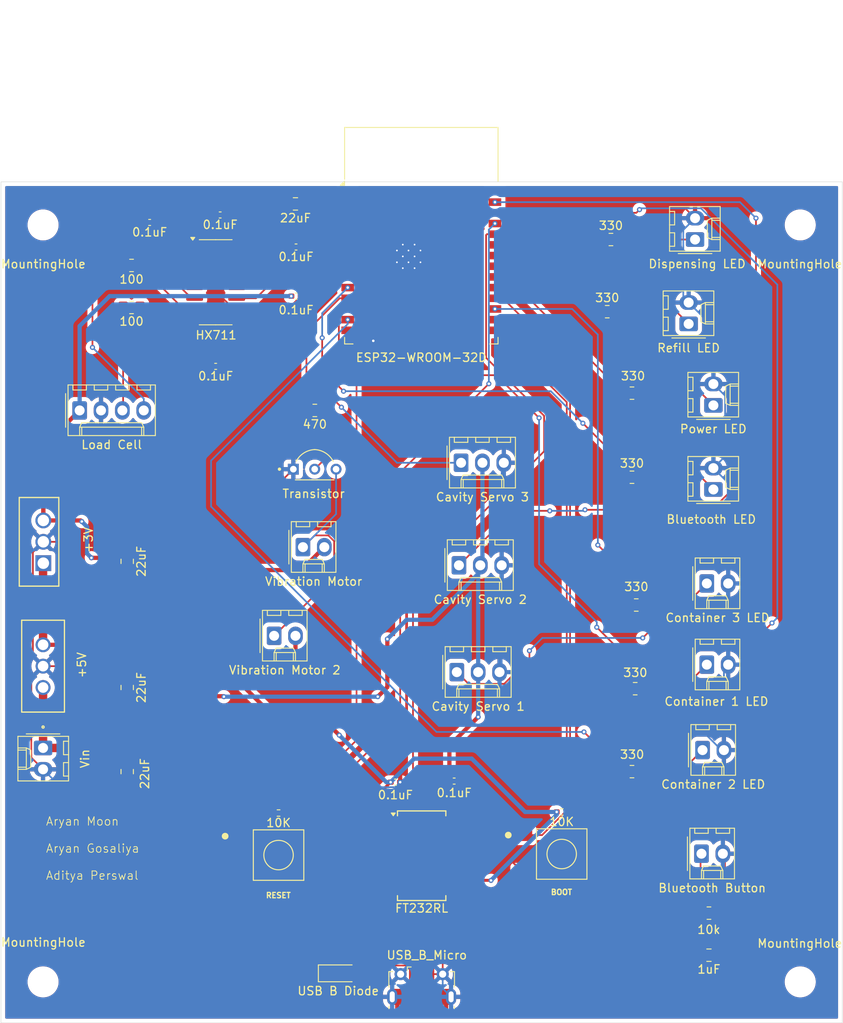
<source format=kicad_pcb>
(kicad_pcb (version 20240108) (generator "pcbnew") (generator_version "8.0")
  (layers (0 "F.Cu" signal) (31 "B.Cu" signal) (34 "B.Paste" user) (35 "F.Paste" user) (36 "B.SilkS" user "B.Silkscreen") (37 "F.SilkS" user "F.Silkscreen") (38 "B.Mask" user) (39 "F.Mask" user) (44 "Edge.Cuts" user))
  (net 0 "")
  (net 1 "GND")
  (net 2 "+5V")
  (net 3 "+3.3V")
  (net 4 "Net-(J3-Pin_1)")
  (net 5 "Net-(U2-VBG)")
  (net 6 "Net-(U2-INA+)")
  (net 7 "Net-(U2-INA-)")
  (net 8 "/Bluetooth Button")
  (net 9 "Net-(D2-A)")
  (net 10 "/Singal -")
  (net 11 "/Signal +")
  (net 12 "/D-")
  (net 14 "/D+")
  (net 15 "Net-(J4-Pin_1)")
  (net 16 "Net-(J5-Pin_1)")
  (net 17 "Net-(J6-Pin_1)")
  (net 18 "Net-(J7-Pin_1)")
  (net 19 "Net-(J8-Pin_1)")
  (net 20 "Net-(J9-Pin_1)")
  (net 21 "Net-(J10-Pin_1)")
  (net 22 "/Servo Signal 1")
  (net 23 "/Servo Signal 2")
  (net 24 "/Servo Signal 3")
  (net 25 "Net-(J14-Pin_1)")
  (net 26 "Net-(J15-Pin_1)")
  (net 27 "Net-(Q1-Pad2)")
  (net 28 "Net-(U1-EN)")
  (net 29 "Net-(U1-IO0)")
  (net 30 "/Refill LED")
  (net 31 "/Power LED")
  (net 32 "/Dispensing LED")
  (net 33 "/Container 1 LED")
  (net 34 "/Container 2 LED")
  (net 35 "/Container 3 LED")
  (net 36 "/Vibration Motor")
  (net 37 "/Bluetooth LED")
  (net 42 "/RXD0")
  (net 45 "/HX711 PD_SCK")
  (net 46 "/HX711 Digital Output")
  (net 57 "/TXD0")
  (footprint "Capacitor_SMD:C_0805_2012Metric_Pad1.18x1.45mm_HandSolder" (layer "F.Cu") (at 115 85 90)
    (property "Reference" "C2" (hide yes))
    (property "Value" "22uF")
  )
  (footprint "Capacitor_SMD:C_0805_2012Metric_Pad1.18x1.45mm_HandSolder" (layer "F.Cu") (at 184.15 131.826)
    (property "Reference" "C9" (hide yes))
    (property "Value" "1uF")
  )
  (footprint "Resistor_SMD:R_0402_1005Metric_Pad0.72x0.64mm_HandSolder" (layer "F.Cu") (at 132.991 114.924)
    (property "Reference" "R1" (hide yes))
    (property "Value" "10K")
  )
  (footprint "Connector_Molex:Molex_KK-254_AE-6410-02A_1x02_P2.54mm_Vertical" (layer "F.Cu") (at 181.737 56.769 90)
    (property "Reference" "J4" (hide yes))
    (property "Value" "Refill LED")
  )
  (footprint "MountingHole:MountingHole_3.2mm_M3" (layer "F.Cu") (at 105 45)
    (property "Reference" "H2" (hide yes))
    (property "Value" "MountingHole")
  )
  (footprint "Resistor_SMD:R_0805_2012Metric_Pad1.20x1.40mm_HandSolder" (layer "F.Cu") (at 175.508 90.188 180)
    (property "Reference" "R9" (hide yes))
    (property "Value" "330")
  )
  (footprint "Connector_Molex:Molex_KK-254_AE-6410-02A_1x02_P2.54mm_Vertical" (layer "F.Cu") (at 135.89 83.312)
    (property "Reference" "J14" (hide yes))
    (property "Value" "Vibration Motor")
  )
  (footprint "Capacitor_SMD:C_0402_1005Metric_Pad0.74x0.62mm_HandSolder" (layer "F.Cu") (at 125.516 61.816)
    (property "Reference" "C7" (hide yes))
    (property "Value" "0.1uF")
  )
  (footprint "Connector_Molex:Molex_KK-254_AE-6410-02A_1x02_P2.54mm_Vertical" (layer "F.Cu") (at 132.461 93.853)
    (property "Reference" "J16" (hide yes))
    (property "Value" "Vibration Motor 2")
  )
  (footprint "Connector_Molex:Molex_KK-254_AE-6410-03A_1x03_P2.54mm_Vertical" (layer "F.Cu") (at 154.178 98.171)
    (property "Reference" "J11" (hide yes))
    (property "Value" "Cavity Servo 1")
  )
  (footprint "4-1437565-9:TE_4-1437565-9" (layer "F.Cu") (at 166.646 119.797)
    (property "Reference" "SW1" (hide yes))
    (property "Value" "BOOT")
  )
  (footprint "KiCADv6:T03B" (layer "F.Cu") (at 104.013 80.137 90)
    (property "Reference" "U6" (hide yes))
    (property "Value" "+3V")
  )
  (footprint "Capacitor_SMD:C_0805_2012Metric_Pad1.18x1.45mm_HandSolder" (layer "F.Cu") (at 115 110 -90)
    (property "Reference" "C3" (hide yes))
    (property "Value" "22uF")
  )
  (footprint "MountingHole:MountingHole_3.2mm_M3" (layer "F.Cu") (at 105 135)
    (property "Reference" "H3" (hide yes))
    (property "Value" "MountingHole")
  )
  (footprint "2N2222A:TO92254P470H750-3" (layer "F.Cu") (at 137.287 71.711)
    (property "Reference" "Q1" (hide yes))
    (property "Value" "Transistor")
  )
  (footprint "Connector_Molex:Molex_KK-254_AE-6410-02A_1x02_P2.54mm_Vertical" (layer "F.Cu") (at 184.678 76.454 90)
    (property "Reference" "J15" (hide yes))
    (property "Value" "Bluetooth LED")
  )
  (footprint "Resistor_SMD:R_0805_2012Metric_Pad1.20x1.40mm_HandSolder" (layer "F.Cu") (at 137.303 67.056)
    (property "Reference" "R10" (hide yes))
    (property "Value" "470")
  )
  (footprint "Connector_Molex:Molex_KK-254_AE-6410-02A_1x02_P2.54mm_Vertical" (layer "F.Cu") (at 183.388 107.442)
    (property "Reference" "J9" (hide yes))
    (property "Value" "Container 2 LED")
  )
  (footprint "Connector_Molex:Molex_KK-254_AE-6410-02A_1x02_P2.54mm_Vertical" (layer "F.Cu") (at 182.499 46.736 90)
    (property "Reference" "J6" (hide yes))
    (property "Value" "Dispensing LED")
  )
  (footprint "Capacitor_SMD:C_0805_2012Metric_Pad1.18x1.45mm_HandSolder" (layer "F.Cu") (at 115 100 90)
    (property "Reference" "C1" (hide yes))
    (property "Value" "22uF")
  )
  (footprint "Package_SO:SSOP-28_5.3x10.2mm_P0.65mm" (layer "F.Cu") (at 150 120)
    (property "Reference" "U4" (hide yes))
    (property "Value" "FT232RL")
  )
  (footprint "Connector_Molex:Molex_KK-254_AE-6410-04A_1x04_P2.54mm_Vertical" (layer "F.Cu") (at 109.347 67.056)
    (property "Reference" "J1" (hide yes))
    (property "Value" "Load Cell")
  )
  (footprint "Connector_Molex:Molex_KK-254_AE-6410-03A_1x03_P2.54mm_Vertical" (layer "F.Cu") (at 154.432 85.471)
    (property "Reference" "J12" (hide yes))
    (property "Value" "Cavity Servo 2")
  )
  (footprint "Capacitor_SMD:C_0402_1005Metric_Pad0.74x0.62mm_HandSolder" (layer "F.Cu") (at 117.6695 44.704)
    (property "Reference" "C6" (hide yes))
    (property "Value" "0.1uF")
  )
  (footprint "Connector_Molex:Molex_KK-254_AE-6410-02A_1x02_P2.54mm_Vertical" (layer "F.Cu") (at 183.896 97.282)
    (property "Reference" "J8" (hide yes))
    (property "Value" "Container 1 LED")
  )
  (footprint "Capacitor_SMD:C_0805_2012Metric_Pad1.18x1.45mm_HandSolder" (layer "F.Cu") (at 135 42.5)
    (property "Reference" "C4" (hide yes))
    (property "Value" "22uF")
  )
  (footprint "MountingHole:MountingHole_3.2mm_M3" (layer "F.Cu") (at 195 45)
    (property "Reference" "H1" (hide yes))
    (property "Value" "MountingHole")
  )
  (footprint "Resistor_SMD:R_0805_2012Metric_Pad1.20x1.40mm_HandSolder" (layer "F.Cu") (at 175 110 180)
    (property "Reference" "R8" (hide yes))
    (property "Value" "330")
  )
  (footprint "Resistor_SMD:R_0805_2012Metric_Pad1.20x1.40mm_HandSolder" (layer "F.Cu") (at 184.15 126.826)
    (property "Reference" "R6" (hide yes))
    (property "Value" "10k")
  )
  (footprint "Connector_Molex:Molex_KK-254_AE-6410-02A_1x02_P2.54mm_Vertical" (layer "F.Cu") (at 183.896 87.63)
    (property "Reference" "J10" (hide yes))
    (property "Value" "Container 3 LED")
  )
  (footprint "KiCADv6 2:TO-220_ONS" (layer "F.Cu") (at 105 100 90)
    (property "Reference" "U5" (hide yes))
    (property "Value" "+5V")
  )
  (footprint "Resistor_SMD:R_0805_2012Metric_Pad1.20x1.40mm_HandSolder" (layer "F.Cu") (at 175 65 180)
    (property "Reference" "R4" (hide yes))
    (property "Value" "330")
  )
  (footprint "Capacitor_SMD:C_0402_1005Metric_Pad0.74x0.62mm_HandSolder" (layer "F.Cu") (at 135.0685 53.467)
    (property "Reference" "C11" (hide yes))
    (property "Value" "0.1uF")
  )
  (footprint "Connector_Molex:Molex_KK-254_AE-6410-03A_1x03_P2.54mm_Vertical" (layer "F.Cu") (at 154.686 73.279)
    (property "Reference" "J13" (hide yes))
    (property "Value" "Cavity Servo 3")
  )
  (footprint "Resistor_SMD:R_0805_2012Metric_Pad1.20x1.40mm_HandSolder" (layer "F.Cu") (at 115.516 49.816)
    (property "Reference" "R13" (hide yes))
    (property "Value" "100")
  )
  (footprint "RF_Module:ESP32-WROOM-32D" (layer "F.Cu") (at 149.96 49.271)
    (property "Reference" "U1" (hide yes))
    (property "Value" "ESP32-WROOM-32D")
  )
  (footprint "Connector_USB:USB_Micro-B_Molex-105017-0001" (layer "F.Cu") (at 150 135.5415)
    (property "Reference" "J2" (hide yes))
    (property "Value" "USB_B_Micro")
  )
  (footprint "Capacitor_SMD:C_0402_1005Metric_Pad0.74x0.62mm_HandSolder" (layer "F.Cu") (at 146.8795 111.252)
    (property "Reference" "C8" (hide yes))
    (property "Value" "0.1uF")
  )
  (footprint "4-1437565-9:TE_4-1437565-9" (layer "F.Cu") (at 132.991 119.924)
    (property "Reference" "SW3" (hide yes))
    (property "Value" "RESET")
  )
  (footprint "Connector_Molex:Molex_KK-254_AE-6410-02A_1x02_P2.54mm_Vertical" (layer "F.Cu") (at 184.678 66.454 90)
    (property "Reference" "J5" (hide yes))
    (property "Value" "Power LED")
  )
  (footprint "Resistor_SMD:R_0805_2012Metric_Pad1.20x1.40mm_HandSolder" (layer "F.Cu") (at 175 75 180)
    (property "Reference" "R11" (hide yes))
    (property "Value" "330")
  )
  (footprint "Capacitor_SMD:C_0402_1005Metric_Pad0.74x0.62mm_HandSolder" (layer "F.Cu") (at 153.8645 111.125)
    (property "Reference" "C12" (hide yes))
    (property "Value" "0.1uF")
  )
  (footprint "Capacitor_SMD:C_0402_1005Metric_Pad0.74x0.62mm_HandSolder" (layer "F.Cu") (at 126.0515 43.815)
    (property "Reference" "C10" (hide yes))
    (property "Value" "0.1uF")
  )
  (footprint "Package_SO:SOP-16_3.9x9.9mm_P1.27mm" (layer "F.Cu") (at 125.516 51.816)
    (property "Reference" "U2" (hide yes))
    (property "Value" "HX711")
  )
  (footprint "Connector_Molex:Molex_KK-254_AE-6410-02A_1x02_P2.54mm_Vertical" (layer "F.Cu") (at 183.261 119.761)
    (property "Reference" "J7" (hide yes))
    (property "Value" "Bluetooth Button")
  )
  (footprint "Resistor_SMD:R_0805_2012Metric_Pad1.20x1.40mm_HandSolder" (layer "F.Cu") (at 175.381 100.139 180)
    (property "Reference" "R7" (hide yes))
    (property "Value" "330")
  )
  (footprint "Resistor_SMD:R_0805_2012Metric_Pad1.20x1.40mm_HandSolder" (layer "F.Cu") (at 172.059 55.315 180)
    (property "Reference" "R3" (hide yes))
    (property "Value" "330")
  )
  (footprint "Resistor_SMD:R_0402_1005Metric_Pad0.72x0.64mm_HandSolder" (layer "F.Cu") (at 166.646 114.797)
    (property "Reference" "R2" (hide yes))
    (property "Value" "10K")
  )
  (footprint "Capacitor_SMD:C_0402_1005Metric_Pad0.74x0.62mm_HandSolder" (layer "F.Cu") (at 135.0685 47.625)
    (property "Reference" "C5" (hide yes))
    (property "Value" "0.1uF")
  )
  (footprint "MountingHole:MountingHole_3.2mm_M3" (layer "F.Cu") (at 195 135)
    (property "Reference" "H4" (hide yes))
    (property "Value" "MountingHole")
  )
  (footprint "Diode_SMD:D_SOD-123" (layer "F.Cu") (at 140.082 133.985)
    (property "Reference" "D2" (hide yes))
    (property "Value" "USB B Diode")
  )
  (footprint "Resistor_SMD:R_0805_2012Metric_Pad1.20x1.40mm_HandSolder" (layer "F.Cu") (at 115.516 54.816)
    (property "Reference" "R12" (hide yes))
    (property "Value" "100")
  )
  (footprint "Connector_Molex:Molex_KK-254_AE-6410-02A_1x02_P2.54mm_Vertical" (layer "F.Cu") (at 105 107.188 -90)
    (property "Reference" "J3" (hide yes))
    (property "Value" "Vin")
  )
  (footprint "Resistor_SMD:R_0805_2012Metric_Pad1.20x1.40mm_HandSolder" (layer "F.Cu") (at 172.499 46.736 180)
    (property "Reference" "R5" (hide yes))
    (property "Value" "330")
  )
  (gr_rect (start 100 39.875) (end 200 139.875) (stroke (width 0.05)) (fill none) (layer "Edge.Cuts"))
  (gr_text "Aryan Moon\n\nAryan Gosaliya\n\nAditya Perswal" (at 105.283 122.936 0) (layer "F.SilkS") (effects (font (size 1 1) (thickness 0.1)) (justify left bottom)))
  (segment (start 113.7145 82.677) (end 115 83.9625) (width 0.2) (layer "F.Cu") (net 1))
  (segment (start 171.196 122.047) (end 182.626 133.477) (width 0.2) (layer "F.Cu") (net 1))
  (segment (start 154.432 111.125) (end 154.775 111.468) (width 0.2) (layer "F.Cu") (net 1))
  (segment (start 161.947 121.898) (end 155.343 121.898) (width 0.2) (layer "F.Cu") (net 1))
  (segment (start 153.6 117.725) (end 157.774 117.725) (width 0.2) (layer "F.Cu") (net 1))
  (segment (start 103.605 108.333) (end 105 109.728) (width 0.2) (layer "F.Cu") (net 1))
  (segment (start 182.626 133.477) (end 183.5365 133.477) (width 0.2) (layer "F.Cu") (net 1))
  (segment (start 149.86 50.141) (end 147.06 50.141) (width 0.2) (layer "F.Cu") (net 1))
  (segment (start 152.5 134.079) (end 152.5 131.643) (width 0.2) (layer "F.Cu") (net 1))
  (segment (start 111.887 80.8495) (end 115 83.9625) (width 0.2) (layer "F.Cu") (net 1))
  (segment (start 149.86 47.341) (end 149.86 50.141) (width 0.2) (layer "F.Cu") (net 1))
  (segment (start 105 97.46) (end 103.605 98.855) (width 0.2) (layer "F.Cu") (net 1))
  (segment (start 141.21 41.021) (end 158.71 41.021) (width 0.2) (layer "F.Cu") (net 1))
  (segment (start 151.3 134.079) (end 152.5 134.079) (width 0.2) (layer "F.Cu") (net 1))
  (segment (start 153.6 117.075) (end 153.6 117.725) (width 0.2) (layer "F.Cu") (net 1))
  (segment (start 137.541 122.174) (end 140.04 119.675) (width 0.2) (layer "F.Cu") (net 1))
  (segment (start 126.619 43.815) (end 126.8825 43.815) (width 0.2) (layer "F.Cu") (net 1))
  (segment (start 115 83.9625) (end 124.8255 83.9625) (width 0.2) (layer "F.Cu") (net 1))
  (segment (start 118.237 44.704) (end 118.237 46.772552) (width 0.2) (layer "F.Cu") (net 1))
  (segment (start 186.05 130.9635) (end 186.05 120.01) (width 0.2) (layer "F.Cu") (net 1))
  (segment (start 137.5165 41.021) (end 136.0375 42.5) (width 0.2) (layer "F.Cu") (net 1))
  (segment (start 158.71 41.021) (end 179.324 41.021) (width 0.2) (layer "F.Cu") (net 1))
  (segment (start 186.05 120.01) (end 185.801 119.761) (width 0.2) (layer "F.Cu") (net 1))
  (segment (start 129.316 48.340999) (end 129.015999 48.641) (width 0.2) (layer "F.Cu") (net 1))
  (segment (start 124.8255 83.9625) (end 134.747 74.041) (width 0.2) (layer "F.Cu") (net 1))
  (segment (start 150.684314 119.675) (end 152.634314 117.725) (width 0.2) (layer "F.Cu") (net 1))
  (segment (start 157.774 117.725) (end 162.096 122.047) (width 0.2) (layer "F.Cu") (net 1))
  (segment (start 136.0375 42.5) (end 136.0375 47.2235) (width 0.2) (layer "F.Cu") (net 1))
  (segment (start 183.5365 133.477) (end 185.1875 131.826) (width 0.2) (layer "F.Cu") (net 1))
  (segment (start 154.775 116.975) (end 154.675 117.075) (width 0.2) (layer "F.Cu") (net 1))
  (segment (start 103.605 98.855) (end 103.605 108.333) (width 0.2) (layer "F.Cu") (net 1))
  (segment (start 127.645448 54.991) (end 128.016 54.991) (width 0.2) (layer "F.Cu") (net 1))
  (segment (start 125.285999 49.911) (end 128.016 49.911) (width 0.2) (layer "F.Cu") (net 1))
  (segment (start 129.015999 48.641) (end 128.016 48.641) (width 0.2) (layer "F.Cu") (net 1))
  (segment (start 152.634314 117.725) (end 153.6 117.725) (width 0.2) (layer "F.Cu") (net 1))
  (segment (start 129.316 46.2485) (end 129.316 48.340999) (width 0.2) (layer "F.Cu") (net 1))
  (segment (start 144.25 58.781) (end 144.25 43.531) (width 0.2) (layer "F.Cu") (net 1))
  (segment (start 134.747 62.992) (end 134.747 74.041) (width 0.2) (layer "F.Cu") (net 1))
  (segment (start 123.016 52.451) (end 125.105448 52.451) (width 0.2) (layer "F.Cu") (net 1))
  (segment (start 179.324 41.021) (end 182.499 44.196) (width 0.2) (layer "F.Cu") (net 1))
  (segment (start 123.016 51.181) (end 124.015999 51.181) (width 0.2) (layer "F.Cu") (net 1))
  (segment (start 103.7892 83.9168) (end 103.7892 96.2492) (width 0.2) (layer "F.Cu") (net 1))
  (segment (start 155.48 41.021) (end 149.16 47.341) (width 0.2) (layer "F.Cu") (net 1))
  (segment (start 147.06 50.141) (end 147.06 47.341) (width 0.2) (layer "F.Cu") (net 1))
  (segment (start 105 109.728) (end 114.2345 109.728) (width 0.2) (layer "F.Cu") (net 1))
  (segment (start 162.096 122.047) (end 160.374 120.325) (width 0.2) (layer "F.Cu") (net 1))
  (segment (start 128.441 122.174) (end 137.541 122.174) (width 0.2) (layer "F.Cu") (net 1))
  (segment (start 103.7892 96.2492) (end 105 97.46) (width 0.2) (layer "F.Cu") (net 1))
  (segment (start 105.029 82.677) (end 103.7892 83.9168) (width 0.2) (layer "F.Cu") (net 1))
  (segment (start 185.1875 131.826) (end 186.05 130.9635) (width 0.2) (layer "F.Cu") (net 1))
  (segment (start 154.675 117.075) (end 153.6 117.075) (width 0.2) (layer "F.Cu") (net 1))
  (segment (start 162.096 122.047) (end 171.196 122.047) (width 0.2) (layer "F.Cu") (net 1))
  (segment (start 114.2345 109.728) (end 115 108.9625) (width 0.2) (layer "F.Cu") (net 1))
  (segment (start 128.016 48.641) (end 128.016 49.911) (width 0.2) (layer "F.Cu") (net 1))
  (segment (start 149 136.779) (end 151 136.779) (width 0.2) (layer "F.Cu") (net 1))
  (segment (start 160.374 120.325) (end 153.6 120.325) (width 0.2) (layer "F.Cu") (net 1))
  (segment (start 128.016 56.261) (end 134.747 62.992) (width 0.2) (layer "F.Cu") (net 1))
  (segment (start 135.636 53.467) (end 132.842 56.261) (width 0.2) (layer "F.Cu") (net 1))
  (segment (start 152.5 131.643) (end 162.096 122.047) (width 0.2) (layer "F.Cu") (net 1))
  (segment (start 140.04 119.675) (end 146.4 119.675) (width 0.2) (layer "F.Cu") (net 1))
  (segment (start 118.237 46.772552) (end 122.645448 51.181) (width 0.2) (layer "F.Cu") (net 1))
  (segment (start 162.096 122.047) (end 161.947 121.898) (width 0.2) (layer "F.Cu") (net 1))
  (segment (start 105.029 82.677) (end 113.7145 82.677) (width 0.2) (layer "F.Cu") (net 1))
  (segment (start 158.71 41.021) (end 155.48 41.021) (width 0.2) (layer "F.Cu") (net 1))
  (segment (start 126.8825 43.815) (end 129.316 46.2485) (width 0.2) (layer "F.Cu") (net 1))
  (segment (start 146.4 119.675) (end 150.684314 119.675) (width 0.2) (layer "F.Cu") (net 1))
  (segment (start 154.966 122.275) (end 153.6 122.275) (width 0.2) (layer "F.Cu") (net 1))
  (segment (start 144.25 43.531) (end 141.74 41.021) (width 0.2) (layer "F.Cu") (net 1))
  (segment (start 132.842 56.261) (end 128.016 56.261) (width 0.2) (layer "F.Cu") (net 1))
  (segment (start 154.775 111.468) (end 154.775 116.975) (width 0.2) (layer "F.Cu") (net 1))
  (segment (start 122.645448 51.181) (end 123.016 51.181) (width 0.2) (layer "F.Cu") (net 1))
  (segment (start 123.016 51.181) (end 123.016 52.451) (width 0.2) (layer "F.Cu") (net 1))
  (segment (start 147.06 47.341) (end 149.86 47.341) (width 0.2) (layer "F.Cu") (net 1))
  (segment (start 105 97.46) (end 113.4975 97.46) (width 0.2) (layer "F.Cu") (net 1))
  (segment (start 155.343 121.898) (end 154.966 122.275) (width 0.2) (layer "F.Cu") (net 1))
  (segment (start 149 136.779) (end 147.1 136.779) (width 0.2) (layer "F.Cu") (net 1))
  (segment (start 151 136.779) (end 152.9 136.779) (width 0.2) (layer "F.Cu") (net 1))
  (segment (start 125.105448 52.451) (end 127.645448 54.991) (width 0.2) (layer "F.Cu") (net 1))
  (segment (start 111.887 67.056) (end 111.887 80.8495) (width 0.2) (layer "F.Cu") (net 1))
  (segment (start 128.016 56.261) (end 128.016 54.991) (width 0.2) (layer "F.Cu") (net 1))
  (segment (start 141.21 41.021) (end 137.5165 41.021) (width 0.2) (layer "F.Cu") (net 1))
  (segment (start 136.0375 47.2235) (end 135.636 47.625) (width 0.2) (layer "F.Cu") (net 1))
  (segment (start 113.4975 97.46) (end 115 98.9625) (width 0.2) (layer "F.Cu") (net 1))
  (segment (start 124.015999 51.181) (end 125.285999 49.911) (width 0.2) (layer "F.Cu") (net 1))
  (segment (start 141.74 41.021) (end 141.21 41.021) (width 0.2) (layer "F.Cu") (net 1))
  (via (at 147.447 111.252) (size 0.6) (drill 0.3) (layers "F.Cu" "B.Cu") (net 1))
  (via (at 144.25 58.781) (size 0.6) (drill 0.3) (layers "F.Cu" "B.Cu") (net 1))
  (segment (start 186.073 72.519) (end 184.678 73.914) (width 0.2) (layer "B.Cu") (net 1))
  (segment (start 134.747 68.284) (end 144.25 58.781) (width 0.2) (layer "B.Cu") (net 1))
  (segment (start 146.847 111.852) (end 147.447 111.252) (width 0.2) (layer "B.Cu") (net 1))
  (segment (start 105 109.728) (end 107.124 111.852) (width 0.2) (layer "B.Cu") (net 1))
  (segment (start 159.258 98.171) (end 176.366744 98.171) (width 0.2) (layer "B.Cu") (net 1))
  (segment (start 184.678 63.914) (end 186.073 65.309) (width 0.2) (layer "B.Cu") (net 1))
  (segment (start 181.104 53.596) (end 181.104 45.591) (width 0.2) (layer "B.Cu") (net 1))
  (segment (start 159.512 73.533) (end 159.766 73.279) (width 0.2) (layer "B.Cu") (net 1))
  (segment (start 181.104 45.591) (end 182.499 44.196) (width 0.2) (layer "B.Cu") (net 1))
  (segment (start 185.637744 107.442) (end 185.928 107.442) (width 0.2) (layer "B.Cu") (net 1))
  (segment (start 186.436 87.63) (end 186.436 75.672) (width 0.2) (layer "B.Cu") (net 1))
  (segment (start 181.737 54.229) (end 181.104 53.596) (width 0.2) (layer "B.Cu") (net 1))
  (segment (start 185.928 97.79) (end 186.436 97.282) (width 0.2) (layer "B.Cu") (net 1))
  (segment (start 185.801 107.569) (end 185.928 107.442) (width 0.2) (layer "B.Cu") (net 1))
  (segment (start 146.5 135.079) (end 147.5 134.079) (width 0.2) (layer "B.Cu") (net 1))
  (segment (start 107.124 111.852) (end 146.847 111.852) (width 0.2) (layer "B.Cu") (net 1))
  (segment (start 186.436 97.282) (end 186.436 87.63) (width 0.2) (layer "B.Cu") (net 1))
  (segment (start 159.512 85.471) (end 159.512 97.917) (width 0.2) (layer "B.Cu") (net 1))
  (segment (start 152.5 135.779) (end 153.5 136.779) (width 0.2) (layer "B.Cu") (net 1))
  (segment (start 159.512 85.471) (end 159.512 73.533) (width 0.2) (layer "B.Cu") (net 1))
  (segment (start 152.5 134.079) (end 152.5 135.779) (width 0.2) (layer "B.Cu") (net 1))
  (segment (start 185.928 107.442) (end 185.928 97.79) (width 0.2) (layer "B.Cu") (net 1))
  (segment (start 186.073 65.309) (end 186.073 72.519) (width 0.2) (layer "B.Cu") (net 1))
  (segment (start 176.366744 98.171) (end 185.637744 107.442) (width 0.2) (layer "B.Cu") (net 1))
  (segment (start 159.512 97.917) (end 159.258 98.171) (width 0.2) (layer "B.Cu") (net 1))
  (segment (start 184.678 57.17) (end 181.737 54.229) (width 0.2) (layer "B.Cu") (net 1))
  (segment (start 185.801 119.761) (end 185.801 107.569) (width 0.2) (layer "B.Cu") (net 1))
  (segment (start 184.678 63.914) (end 184.678 57.17) (width 0.2) (layer "B.Cu") (net 1))
  (segment (start 134.747 74.041) (end 134.747 68.284) (width 0.2) (layer "B.Cu") (net 1))
  (segment (start 186.436 75.672) (end 184.678 73.914) (width 0.2) (layer "B.Cu") (net 1))
  (segment (start 146.5 136.779) (end 146.5 135.079) (width 0.2) (layer "B.Cu") (net 1))
  (segment (start 138.432 133.985) (end 151.442 120.975) (width 0.2) (layer "F.Cu") (net 2))
  (segment (start 119.126 101.092) (end 121.92 98.298) (width 0.5) (layer "F.Cu") (net 2))
  (segment (start 115 101.0375) (end 119.0715 101.0375) (width 0.5) (layer "F.Cu") (net 2))
  (segment (start 145.923 99.949) (end 145.923 94.234) (width 0.5) (layer "F.Cu") (net 2))
  (segment (start 144.78 101.092) (end 145.923 99.949) (width 0.5) (layer "F.Cu") (net 2))
  (segment (start 105 85.246) (end 105.029 85.217) (width 1) (layer "F.Cu") (net 2))
  (segment (start 119.0715 101.0375) (end 119.126 101.092) (width 0.5) (layer "F.Cu") (net 2))
  (segment (start 105 94.92) (end 105 85.246) (width 1) (layer "F.Cu") (net 2))
  (segment (start 121.92 95.885) (end 120.955 94.92) (width 0.5) (layer "F.Cu") (net 2))
  (segment (start 153.297 106.926) (end 153.297 111.125) (width 0.5) (layer "F.Cu") (net 2))
  (segment (start 121.412 124.079) (end 121.412 107.4495) (width 0.5) (layer "F.Cu") (net 2))
  (segment (start 156.718 103.505) (end 153.297 106.926) (width 0.5) (layer "F.Cu") (net 2))
  (segment (start 120.955 94.92) (end 105 94.92) (width 0.5) (layer "F.Cu") (net 2))
  (segment (start 121.412 107.4495) (end 115 101.0375) (width 0.5) (layer "F.Cu") (net 2))
  (segment (start 121.92 98.298) (end 121.92 95.885) (width 0.5) (layer "F.Cu") (net 2))
  (segment (start 131.318 133.985) (end 121.412 124.079) (width 0.5) (layer "F.Cu") (net 2))
  (segment (start 126.4375 101.0375) (end 126.492 101.092) (width 0.5) (layer "F.Cu") (net 2))
  (segment (start 138.432 133.985) (end 131.318 133.985) (width 0.5) (layer "F.Cu") (net 2))
  (segment (start 115 101.0375) (end 126.4375 101.0375) (width 0.5) (layer "F.Cu") (net 2))
  (segment (start 151.442 120.975) (end 153.6 120.975) (width 0.2) (layer "F.Cu") (net 2))
  (via (at 156.718 103.505) (size 0.6) (drill 0.3) (layers "F.Cu" "B.Cu") (net 2))
  (via (at 144.78 101.092) (size 0.6) (drill 0.3) (layers "F.Cu" "B.Cu") (net 2))
  (via (at 126.492 101.092) (size 0.6) (drill 0.3) (layers "F.Cu" "B.Cu") (net 2))
  (via (at 145.923 94.234) (size 0.6) (drill 0.3) (layers "F.Cu" "B.Cu") (net 2))
  (segment (start 157.226 85.217) (end 156.972 85.471) (width 0.5) (layer "B.Cu") (net 2))
  (segment (start 148.209 91.948) (end 151.257 91.948) (width 0.5) (layer "B.Cu") (net 2))
  (segment (start 145.923 94.234) (end 148.209 91.948) (width 0.5) (layer "B.Cu") (net 2))
  (segment (start 156.972 85.471) (end 156.972 85.598) (width 0.5) (layer "B.Cu") (net 2))
  (segment (start 126.492 101.092) (end 144.78 101.092) (width 0.5) (layer "B.Cu") (net 2))
  (segment (start 151.257 91.948) (end 156.972 86.233) (width 0.5) (layer "B.Cu") (net 2))
  (segment (start 156.718 98.171) (end 156.718 103.505) (width 0.5) (layer "B.Cu") (net 2))
  (segment (start 156.972 86.233) (end 156.972 85.471) (width 0.5) (layer "B.Cu") (net 2))
  (segment (start 157.226 73.279) (end 157.226 85.217) (width 0.5) (layer "B.Cu") (net 2))
  (segment (start 156.718 85.852) (end 156.718 98.171) (width 0.5) (layer "B.Cu") (net 2))
  (segment (start 156.972 85.598) (end 156.718 85.852) (width 0.5) (layer "B.Cu") (net 2))
  (segment (start 123.016 47.371) (end 128.016 47.371) (width 0.5) (layer "F.Cu") (net 3))
  (segment (start 153.6 122.925) (end 158.231 122.925) (width 0.35) (layer "F.Cu") (net 3))
  (segment (start 125.484 44.903) (end 125.484 43.815) (width 0.5) (layer "F.Cu") (net 3))
  (segment (start 132.3935 114.894396) (end 132.3935 114.924) (width 0.5) (layer "F.Cu") (net 3))
  (segment (start 123.016 49.911) (end 124.015999 49.911) (width 0.2) (layer "F.Cu") (net 3))
  (segment (start 144.526 116.926) (end 144.526 115.316) (width 0.35) (layer "F.Cu") (net 3))
  (segment (start 105.029 80.137) (end 109.474 80.137) (width 0.5) (layer "F.Cu") (net 3))
  (segment (start 135.636 103.378) (end 132.969 106.045) (width 0.5) (layer "F.Cu") (net 3))
  (segment (start 126.492 88.392) (end 126.492 94.234) (width 0.5) (layer "F.Cu") (net 3))
  (segment (start 105.029 71.374) (end 109.347 67.056) (width 0.5) (layer "F.Cu") (net 3))
  (segment (start 135.7045 86.0375) (end 138.43 83.312) (width 0.5) (layer "F.Cu") (net 3))
  (segment (start 138.176 44.375) (end 138.176 47.244) (width 0.5) (layer "F.Cu") (net 3))
  (segment (start 144.526 115.316) (end 143.891 114.681) (width 0.35) (layer "F.Cu") (net 3))
  (segment (start 137.922 103.378) (end 135.636 103.378) (width 0.5) (layer "F.Cu") (net 3))
  (segment (start 158.231 122.925) (end 158.242 122.936) (width 0.35) (layer "F.Cu") (net 3))
  (segment (start 127.5765 85.09) (end 128.524 86.0375) (width 0.5) (layer "F.Cu") (net 3))
  (segment (start 113.5445 84.582) (end 115 86.0375) (width 0.5) (layer "F.Cu") (net 3))
  (segment (start 133.3525 41.89) (end 133.9625 42.5) (width 0.5) (layer "F.Cu") (net 3))
  (segment (start 115.9475 85.09) (end 127.5765 85.09) (width 0.5) (layer "F.Cu") (net 3))
  (segment (start 132.969 114.318896) (end 132.3935 114.894396) (width 0.5) (layer "F.Cu") (net 3))
  (segment (start 125.0425 41.89) (end 133.3525 41.89) (width 0.5) (layer "F.Cu") (net 3))
  (segment (start 136.525 48.895) (end 134.62 48.895) (width 0.5) (layer "F.Cu") (net 3))
  (segment (start 134.501 48.776) (end 134.501 47.625) (width 0.5) (layer "F.Cu") (net 3))
  (segment (start 105.029 80.137) (end 105.029 71.374) (width 0.5) (layer "F.Cu") (net 3))
  (segment (start 124.4325 42.7635) (end 125.484 43.815) (width 0.5) (layer "F.Cu") (net 3))
  (segment (start 133.9625 42.5) (end 133.9625 47.0865) (width 0.5) (layer "F.Cu") (net 3))
  (segment (start 128.524 86.36) (end 126.492 88.392) (width 0.5) (layer "F.Cu") (net 3))
  (segment (start 110.744 84.582) (end 113.5445 84.582) (width 0.5) (layer "F.Cu") (net 3))
  (segment (start 134.366 96.012) (end 135.001 95.377) (width 0.5) (layer "F.Cu") (net 3))
  (segment (start 140.26 42.291) (end 138.176 44.375) (width 0.5) (layer "F.Cu") (net 3))
  (segment (start 128.27 96.012) (end 134.366 96.012) (width 0.5) (layer "F.Cu") (net 3))
  (segment (start 116.249238 42.5) (end 105.029 53.720238) (width 0.5) (layer "F.Cu") (net 3))
  (segment (start 132.969 106.045) (end 132.969 114.318896) (width 0.5) (layer "F.Cu") (net 3))
  (segment (start 129.413 113.538) (end 129.413 104.648) (width 0.5) (layer "F.Cu") (net 3))
  (segment (start 145.325 117.725) (end 144.526 116.926) (width 0.35) (layer "F.Cu") (net 3))
  (segment (start 123.016 47.371) (end 125.484 44.903) (width 0.5) (layer "F.Cu") (net 3))
  (segment (start 141.21 42.291) (end 140.26 42.291) (width 0.5) (layer "F.Cu") (net 3))
  (segment (start 124.4325 42.5) (end 125.0425 41.89) (width 0.5) (layer "F.Cu") (net 3))
  (segment (start 143.891 114.681) (end 143.891 113.673) (width 0.35) (layer "F.Cu") (net 3))
  (segment (start 133.9625 47.0865) (end 134.501 47.625) (width 0.5) (layer "F.Cu") (net 3))
  (segment (start 140.208 105.664) (end 137.922 103.378) (width 0.5) (layer "F.Cu") (net 3))
  (segment (start 134.62 48.895) (end 134.501 48.776) (width 0.5) (layer "F.Cu") (net 3))
  (segment (start 126.555999 47.371) (end 128.016 47.371) (width 0.2) (layer "F.Cu") (net 3))
  (segment (start 135.001 95.377) (end 135.001 93.853) (width 0.5) (layer "F.Cu") (net 3))
  (segment (start 124.015999 49.911) (end 126.555999 47.371) (width 0.5) (layer "F.Cu") (net 3))
  (segment (start 129.413 104.648) (end 131.51175 102.54925) (width 0.5) (layer "F.Cu") (net 3))
  (segment (start 143.891 113.673) (end 146.312 111.252) (width 0.35) (layer "F.Cu") (net 3))
  (segment (start 124.4325 42.5) (end 124.4325 42.7635) (width 0.5) (layer "F.Cu") (net 3))
  (segment (start 130.799 114.924) (end 129.413 113.538) (width 0.5) (layer "F.Cu") (net 3))
  (segment (start 138.176 47.244) (end 136.525 48.895) (width 0.5) (layer "F.Cu") (net 3))
  (segment (start 105.029 53.720238) (end 105.029 80.137) (width 0.5) (layer "F.Cu") (net 3))
  (segment (start 146.4 117.725) (end 145.325 117.725) (width 0.35) (layer "F.Cu") (net 3))
  (segment (start 131.51175 102.54925) (end 115 86.0375) (width 0.5) (layer "F.Cu") (net 3))
  (segment (start 124.4325 42.5) (end 116.249238 42.5) (width 0.5) (layer "F.Cu") (net 3))
  (segment (start 109.474 80.137) (end 109.601 80.264) (width 0.5) (layer "F.Cu") (net 3))
  (segment (start 132.3935 114.924) (end 130.799 114.924) (width 0.5) (layer "F.Cu") (net 3))
  (segment (start 115 86.0375) (end 115.9475 85.09) (width 0.5) (layer "F.Cu") (net 3))
  (segment (start 128.524 86.0375) (end 135.7045 86.0375) (width 0.5) (layer "F.Cu") (net 3))
  (segment (start 128.524 86.0375) (end 128.524 86.36) (width 0.5) (layer "F.Cu") (net 3))
  (segment (start 126.492 94.234) (end 128.27 96.012) (width 0.5) (layer "F.Cu") (net 3))
  (via (at 140.208 105.664) (size 0.6) (drill 0.3) (layers "F.Cu" "B.Cu") (net 3))
  (via (at 134.501 53.467) (size 0.6) (drill 0.3) (layers "F.Cu" "B.Cu") (net 3))
  (via (at 109.601 80.264) (size 0.6) (drill 0.3) (layers "F.Cu" "B.Cu") (net 3))
  (via (at 166.0485 114.797) (size 0.6) (drill 0.3) (layers "F.Cu" "B.Cu") (net 3))
  (via (at 146.312 111.252) (size 0.6) (drill 0.3) (layers "F.Cu" "B.Cu") (net 3))
  (via (at 110.744 84.582) (size 0.6) (drill 0.3) (layers "F.Cu" "B.Cu") (net 3))
  (via (at 158.242 122.936) (size 0.6) (drill 0.3) (layers "F.Cu" "B.Cu") (net 3))
  (segment (start 155.956 108.458) (end 149.106 108.458) (width 0.5) (layer "B.Cu") (net 3))
  (segment (start 166.0485 115.1295) (end 166.0485 114.797) (width 0.5) (layer "B.Cu") (net 3))
  (segment (start 162.295 114.797) (end 155.956 108.458) (width 0.5) (layer "B.Cu") (net 3))
  (segment (start 158.242 122.936) (end 166.0485 115.1295) (width 0.5) (layer "B.Cu") (net 3))
  (segment (start 112.903 53.467) (end 134.501 53.467) (width 0.5) (layer "B.Cu") (net 3))
  (segment (start 149.106 108.458) (end 146.312 111.252) (width 0.5) (layer "B.Cu") (net 3))
  (segment (start 109.347 57.023) (end 112.903 53.467) (width 0.5) (layer "B.Cu") (net 3))
  (segment (start 110.236 84.074) (end 110.744 84.582) (width 0.5) (layer "B.Cu") (net 3))
  (segment (start 110.236 80.899) (end 110.236 84.074) (width 0.5) (layer "B.Cu") (net 3))
  (segment (start 140.208 105.664) (end 145.796 111.252) (width 0.5) (layer "B.Cu") (net 3))
  (segment (start 109.601 80.264) (end 110.236 80.899) (width 0.5) (layer "B.Cu") (net 3))
  (segment (start 145.796 111.252) (end 146.312 111.252) (width 0.5) (layer "B.Cu") (net 3))
  (segment (start 109.347 67.056) (end 109.347 57.023) (width 0.5) (layer "B.Cu") (net 3))
  (segment (start 166.0485 114.797) (end 162.295 114.797) (width 0.5) (layer "B.Cu") (net 3))
  (segment (start 116.8005 111.0375) (end 115 111.0375) (width 1) (layer "F.Cu") (net 4))
  (segment (start 115.189 104.648) (end 118.872 108.331) (width 1) (layer "F.Cu") (net 4))
  (segment (start 108.839 107.188) (end 111.379 104.648) (width 1) (layer "F.Cu") (net 4))
  (segment (start 118.872 108.966) (end 116.8005 111.0375) (width 1) (layer "F.Cu") (net 4))
  (segment (start 105 107.188) (end 108.839 107.188) (width 1) (layer "F.Cu") (net 4))
  (segment (start 105 107.188) (end 105 100) (width 1) (layer "F.Cu") (net 4))
  (segment (start 111.379 104.648) (end 115.189 104.648) (width 1) (layer "F.Cu") (net 4))
  (segment (start 118.872 108.331) (end 118.872 108.966) (width 1) (layer "F.Cu") (net 4))
  (segment (start 117.102 44.704) (end 117.102 48.177552) (width 0.2) (layer "F.Cu") (net 5))
  (segment (start 122.645448 53.721) (end 123.016 53.721) (width 0.2) (layer "F.Cu") (net 5))
  (segment (start 117.102 48.177552) (end 122.645448 53.721) (width 0.2) (layer "F.Cu") (net 5))
  (segment (start 116.516 54.816) (end 117.961 56.261) (width 0.2) (layer "F.Cu") (net 6))
  (segment (start 124.9485 58.1935) (end 123.016 56.261) (width 0.2) (layer "F.Cu") (net 6))
  (segment (start 124.9485 61.816) (end 124.9485 58.1935) (width 0.2) (layer "F.Cu") (net 6))
  (segment (start 117.961 56.261) (end 123.016 56.261) (width 0.2) (layer "F.Cu") (net 6))
  (segment (start 126.0835 61.816) (end 126.0835 57.058501) (width 0.2) (layer "F.Cu") (net 7))
  (segment (start 126.0835 57.058501) (end 124.015999 54.991) (width 0.2) (layer "F.Cu") (net 7))
  (segment (start 121.691 54.991) (end 123.016 54.991) (width 0.2) (layer "F.Cu") (net 7))
  (segment (start 116.516 49.816) (end 121.691 54.991) (width 0.2) (layer "F.Cu") (net 7))
  (segment (start 124.015999 54.991) (end 123.016 54.991) (width 0.2) (layer "F.Cu") (net 7))
  (segment (start 158.71 53.721) (end 159.66 53.721) (width 0.2) (layer "F.Cu") (net 8))
  (segment (start 185.15 126.826) (end 185.15 129.7885) (width 0.2) (layer "F.Cu") (net 8))
  (segment (start 182.25 130.9635) (end 183.1125 131.826) (width 0.2) (layer "F.Cu") (net 8))
  (segment (start 159.66 53.721) (end 167.6435 61.7045) (width 0.2) (layer "F.Cu") (net 8))
  (segment (start 182.25 126.243) (end 182.25 130.9635) (width 0.2) (layer "F.Cu") (net 8))
  (segment (start 167.6435 111.6365) (end 182.25 126.243) (width 0.2) (layer "F.Cu") (net 8))
  (segment (start 167.6435 61.7045) (end 167.6435 111.6365) (width 0.2) (layer "F.Cu") (net 8))
  (segment (start 185.15 129.7885) (end 183.1125 131.826) (width 0.2) (layer "F.Cu") (net 8))
  (segment (start 148.7 133.587) (end 148.7 134.079) (width 0.2) (layer "F.Cu") (net 9))
  (segment (start 148.167 133.054) (end 148.7 133.587) (width 0.2) (layer "F.Cu") (net 9))
  (segment (start 142.663 133.054) (end 148.167 133.054) (width 0.2) (layer "F.Cu") (net 9))
  (segment (start 141.732 133.985) (end 142.663 133.054) (width 0.2) (layer "F.Cu") (net 9))
  (segment (start 110.871 59.563) (end 110.871 53.461) (width 0.2) (layer "F.Cu") (net 10))
  (segment (start 110.871 53.461) (end 114.516 49.816) (width 0.2) (layer "F.Cu") (net 10))
  (via (at 110.871 59.563) (size 0.6) (drill 0.3) (layers "F.Cu" "B.Cu") (net 10))
  (segment (start 116.967 65.659) (end 110.871 59.563) (width 0.2) (layer "B.Cu") (net 10))
  (segment (start 116.967 67.056) (end 116.967 65.659) (width 0.2) (layer "B.Cu") (net 10))
  (segment (start 114.516 66.967) (end 114.427 67.056) (width 0.2) (layer "F.Cu") (net 11))
  (segment (start 114.516 54.816) (end 114.516 66.967) (width 0.2) (layer "F.Cu") (net 11))
  (segment (start 149.35 126.775) (end 152.55 123.575) (width 0.2) (layer "F.Cu") (net 12))
  (segment (start 149.35 134.079) (end 149.35 126.775) (width 0.2) (layer "F.Cu") (net 12))
  (segment (start 152.55 123.575) (end 153.6 123.575) (width 0.2) (layer "F.Cu") (net 12))
  (segment (start 153.6 129.604) (end 153.6 124.225) (width 0.2) (layer "F.Cu") (net 14))
  (segment (start 150 133.204) (end 153.6 129.604) (width 0.2) (layer "F.Cu") (net 14))
  (segment (start 150 134.079) (end 150 133.204) (width 0.2) (layer "F.Cu") (net 14))
  (segment (start 180.283 55.315) (end 181.737 56.769) (width 0.2) (layer "F.Cu") (net 15))
  (segment (start 173.059 55.315) (end 180.283 55.315) (width 0.2) (layer "F.Cu") (net 15))
  (segment (start 176 65) (end 183.224 65) (width 0.2) (layer "F.Cu") (net 16))
  (segment (start 183.224 65) (end 184.678 66.454) (width 0.2) (layer "F.Cu") (net 16))
  (segment (start 173.499 46.736) (end 182.499 46.736) (width 0.2) (layer "F.Cu") (net 17))
  (segment (start 183.15 119.872) (end 183.261 119.761) (width 0.2) (layer "F.Cu") (net 18))
  (segment (start 183.15 126.826) (end 183.15 119.872) (width 0.2) (layer "F.Cu") (net 18))
  (segment (start 176.381 100.139) (end 181.039 100.139) (width 0.2) (layer "F.Cu") (net 19))
  (segment (start 181.039 100.139) (end 183.896 97.282) (width 0.2) (layer "F.Cu") (net 19))
  (segment (start 180.83 110) (end 183.388 107.442) (width 0.2) (layer "F.Cu") (net 20))
  (segment (start 176 110) (end 180.83 110) (width 0.2) (layer "F.Cu") (net 20))
  (segment (start 176.508 90.188) (end 181.338 90.188) (width 0.2) (layer "F.Cu") (net 21))
  (segment (start 181.338 90.188) (end 183.896 87.63) (width 0.2) (layer "F.Cu") (net 21))
  (segment (start 191.643 92.329) (end 191.008 92.964) (width 0.2) (layer "F.Cu") (net 22))
  (segment (start 159.808471 99.566) (end 155.573 99.566) (width 0.2) (layer "F.Cu") (net 22))
  (segment (start 191.008 92.964) (end 177.419 92.964) (width 0.2) (layer "F.Cu") (net 22))
  (segment (start 158.71 43.561) (end 175.514 43.561) (width 0.2) (layer "F.Cu") (net 22))
  (segment (start 175.514 43.561) (end 175.895 43.18) (width 0.2) (layer "F.Cu") (net 22))
  (segment (start 162.814 95.631) (end 162.814 96.560471) (width 0.2) (layer "F.Cu") (net 22))
  (segment (start 162.814 96.560471) (end 159.808471 99.566) (width 0.2) (layer "F.Cu") (net 22))
  (segment (start 155.573 99.566) (end 154.178 98.171) (width 0.2) (layer "F.Cu") (net 22))
  (segment (start 177.419 92.964) (end 176.276 94.107) (width 0.2) (layer "F.Cu") (net 22))
  (via (at 162.814 95.631) (size 0.6) (drill 0.3) (layers "F.Cu" "B.Cu") (net 22))
  (via (at 176.276 94.107) (size 0.6) (drill 0.3) (layers "F.Cu" "B.Cu") (net 22))
  (via (at 191.643 92.329) (size 0.6) (drill 0.3) (layers "F.Cu" "B.Cu") (net 22))
  (via (at 175.895 43.18) (size 0.6) (drill 0.3) (layers "F.Cu" "B.Cu") (net 22))
  (segment (start 164.338 94.107) (end 162.814 95.631) (width 0.2) (layer "B.Cu") (net 22))
  (segment (start 191.643 92.329) (end 192.278 91.694) (width 0.2) (layer "B.Cu") (net 22))
  (segment (start 176.276 94.107) (end 164.338 94.107) (width 0.2) (layer "B.Cu") (net 22))
  (segment (start 192.278 52.09537) (end 183.20863 43.026) (width 0.2) (layer "B.Cu") (net 22))
  (segment (start 176.049 43.026) (end 175.895 43.18) (width 0.2) (layer "B.Cu") (net 22))
  (segment (start 192.278 91.694) (end 192.278 52.09537) (width 0.2) (layer "B.Cu") (net 22))
  (segment (start 183.20863 43.026) (end 176.049 43.026) (width 0.2) (layer "B.Cu") (net 22))
  (segment (start 154.432 85.471) (end 160.909 78.994) (width 0.2) (layer "F.Cu") (net 23))
  (segment (start 160.909 78.994) (end 165.227 78.994) (width 0.2) (layer "F.Cu") (net 23))
  (segment (start 169.418 78.867) (end 184.514744 78.867) (width 0.2) (layer "F.Cu") (net 23))
  (segment (start 189.738 73.643744) (end 189.738 44.196) (width 0.2) (layer "F.Cu") (net 23))
  (segment (start 184.514744 78.867) (end 189.738 73.643744) (width 0.2) (layer "F.Cu") (net 23))
  (via (at 158.71 42.291) (size 0.6) (drill 0.3) (layers "F.Cu" "B.Cu") (net 23))
  (via (at 189.738 44.196) (size 0.6) (drill 0.3) (layers "F.Cu" "B.Cu") (net 23))
  (via (at 169.418 78.867) (size 0.6) (drill 0.3) (layers "F.Cu" "B.Cu") (net 23))
  (via (at 165.227 78.994) (size 0.6) (drill 0.3) (layers "F.Cu" "B.Cu") (net 23))
  (segment (start 189.738 44.196) (end 187.833 42.291) (width 0.2) (layer "B.Cu") (net 23))
  (segment (start 169.291 78.994) (end 169.418 78.867) (width 0.2) (layer "B.Cu") (net 23))
  (segment (start 187.833 42.291) (end 158.71 42.291) (width 0.2) (layer "B.Cu") (net 23))
  (segment (start 165.227 78.994) (end 169.291 78.994) (width 0.2) (layer "B.Cu") (net 23))
  (segment (start 138.176 64.389) (end 138.176 58.42) (width 0.2) (layer "F.Cu") (net 24))
  (segment (start 140.462 66.675) (end 138.176 64.389) (width 0.2) (layer "F.Cu") (net 24))
  (via (at 141.21 52.451) (size 0.6) (drill 0.3) (layers "F.Cu" "B.Cu") (net 24))
  (via (at 140.462 66.675) (size 0.6) (drill 0.3) (layers "F.Cu" "B.Cu") (net 24))
  (via (at 138.176 58.42) (size 0.6) (drill 0.3) (layers "F.Cu" "B.Cu") (net 24))
  (segment (start 147.066 73.279) (end 140.462 66.675) (width 0.2) (layer "B.Cu") (net 24))
  (segment (start 154.686 73.279) (end 147.066 73.279) (width 0.2) (layer "B.Cu") (net 24))
  (segment (start 138.176 55.485) (end 141.21 52.451) (width 0.2) (layer "B.Cu") (net 24))
  (segment (start 138.176 58.42) (end 138.176 55.485) (width 0.2) (layer "B.Cu") (net 24))
  (segment (start 137.285 81.917) (end 138.91463 81.917) (width 0.2) (layer "F.Cu") (net 25))
  (segment (start 139.6 86.714) (end 132.461 93.853) (width 0.2) (layer "F.Cu") (net 25))
  (segment (start 135.89 83.312) (end 137.285 81.917) (width 0.2) (layer "F.Cu") (net 25))
  (segment (start 138.91463 81.917) (end 139.6 82.60237) (width 0.2) (layer "F.Cu") (net 25))
  (segment (start 139.6 82.60237) (end 139.6 86.714) (width 0.2) (layer "F.Cu") (net 25))
  (segment (start 139.827 79.375) (end 135.89 83.312) (width 0.2) (layer "B.Cu") (net 25))
  (segment (start 139.827 74.041) (end 139.827 79.375) (width 0.2) (layer "B.Cu") (net 25))
  (segment (start 183.224 75) (end 184.678 76.454) (width 0.2) (layer "F.Cu") (net 26))
  (segment (start 176 75) (end 183.224 75) (width 0.2) (layer "F.Cu") (net 26))
  (segment (start 138.303 67.056) (end 138.303 73.025) (width 0.2) (layer "F.Cu") (net 27))
  (segment (start 138.303 73.025) (end 137.287 74.041) (width 0.2) (layer "F.Cu") (net 27))
  (segment (start 142.26 44.081) (end 142.26 106.2525) (width 0.2) (layer "F.Cu") (net 28))
  (segment (start 141.21 43.561) (end 141.74 43.561) (width 0.2) (layer "F.Cu") (net 28))
  (segment (start 134.791 114.924) (end 133.5885 114.924) (width 0.2) (layer "F.Cu") (net 28))
  (segment (start 142.26 106.2525) (end 133.5885 114.924) (width 0.2) (layer "F.Cu") (net 28))
  (segment (start 130.8385 117.674) (end 133.5885 114.924) (width 0.2) (layer "F.Cu") (net 28))
  (segment (start 137.541 117.674) (end 134.791 114.924) (width 0.2) (layer "F.Cu") (net 28))
  (segment (start 141.74 43.561) (end 142.26 44.081) (width 0.2) (layer "F.Cu") (net 28))
  (segment (start 128.441 117.674) (end 130.8385 117.674) (width 0.2) (layer "F.Cu") (net 28))
  (segment (start 164.310972 117.547) (end 162.096 117.547) (width 0.2) (layer "F.Cu") (net 29))
  (segment (start 167.2435 66.0645) (end 167.2435 114.797) (width 0.2) (layer "F.Cu") (net 29))
  (segment (start 167.2435 114.797) (end 168.446 114.797) (width 0.2) (layer "F.Cu") (net 29))
  (segment (start 168.446 114.797) (end 171.196 117.547) (width 0.2) (layer "F.Cu") (net 29))
  (segment (start 167.2435 114.797) (end 167.060972 114.797) (width 0.2) (layer "F.Cu") (net 29))
  (segment (start 167.060972 114.797) (end 164.310972 117.547) (width 0.2) (layer "F.Cu") (net 29))
  (segment (start 158.71 57.531) (end 167.2435 66.0645) (width 0.2) (layer "F.Cu") (net 29))
  (segment (start 165.655 49.911) (end 158.71 49.911) (width 0.2) (layer "F.Cu") (net 30))
  (segment (start 171.059 55.315) (end 165.655 49.911) (width 0.2) (layer "F.Cu") (net 30))
  (segment (start 174 65) (end 160.181 51.181) (width 0.2) (layer "F.Cu") (net 31))
  (segment (start 160.181 51.181) (end 158.71 51.181) (width 0.2) (layer "F.Cu") (net 31))
  (segment (start 171.499 46.736) (end 170.864 47.371) (width 0.2) (layer "F.Cu") (net 32))
  (segment (start 170.864 47.371) (end 158.71 47.371) (width 0.2) (layer "F.Cu") (net 32))
  (segment (start 163.957 67.945) (end 158.877 62.865) (width 0.2) (layer "F.Cu") (net 33))
  (segment (start 174.381 96.403) (end 170.815 92.837) (width 0.2) (layer "F.Cu") (net 33))
  (segment (start 174.381 100.139) (end 174.381 96.403) (width 0.2) (layer "F.Cu") (net 33))
  (segment (start 158.877 62.865) (end 148.654 62.865) (width 0.2) (layer "F.Cu") (net 33))
  (segment (start 145.52 59.731) (end 145.52 58.781) (width 0.2) (layer "F.Cu") (net 33))
  (segment (start 148.654 62.865) (end 145.52 59.731) (width 0.2) (layer "F.Cu") (net 33))
  (via (at 170.815 92.837) (size 0.6) (drill 0.3) (layers "F.Cu" "B.Cu") (net 33))
  (via (at 163.957 67.945) (size 0.6) (drill 0.3) (layers "F.Cu" "B.Cu") (net 33))
  (segment (start 170.815 92.837) (end 170.815 92.202) (width 0.2) (layer "B.Cu") (net 33))
  (segment (start 163.957 85.344) (end 163.957 67.945) (width 0.2) (layer "B.Cu") (net 33))
  (segment (start 170.815 92.202) (end 163.957 85.344) (width 0.2) (layer "B.Cu") (net 33))
  (segment (start 174 109.992) (end 169.291 105.283) (width 0.2) (layer "F.Cu") (net 34))
  (segment (start 174 110) (end 174 109.992) (width 0.2) (layer "F.Cu") (net 34))
  (via (at 169.291 105.283) (size 0.6) (drill 0.3) (layers "F.Cu" "B.Cu") (net 34))
  (via (at 141.21 56.261) (size 0.6) (drill 0.3) (layers "F.Cu" "B.Cu") (net 34))
  (segment (start 169.291 105.283) (end 151.765 105.283) (width 0.2) (layer "B.Cu") (net 34))
  (segment (start 124.968 78.486) (end 124.968 73.025) (width 0.2) (layer "B.Cu") (net 34))
  (segment (start 151.765 105.283) (end 124.968 78.486) (width 0.2) (layer "B.Cu") (net 34))
  (segment (start 124.968 73.025) (end 141.21 56.783) (width 0.2) (layer "B.Cu") (net 34))
  (segment (start 141.21 56.783) (end 141.21 56.261) (width 0.2) (layer "B.Cu") (net 34))
  (segment (start 174.508 90.188) (end 174.508 86.624) (width 0.2) (layer "F.Cu") (net 35))
  (segment (start 174.508 86.624) (end 170.942 83.058) (width 0.2) (layer "F.Cu") (net 35))
  (via (at 170.942 83.058) (size 0.6) (drill 0.3) (layers "F.Cu" "B.Cu") (net 35))
  (via (at 158.71 54.991) (size 0.6) (drill 0.3) (layers "F.Cu" "B.Cu") (net 35))
  (segment (start 170.942 58.039) (end 167.894 54.991) (width 0.2) (layer "B.Cu") (net 35))
  (segment (start 167.894 54.991) (end 158.71 54.991) (width 0.2) (layer "B.Cu") (net 35))
  (segment (start 170.942 83.058) (end 170.942 58.039) (width 0.2) (layer "B.Cu") (net 35))
  (segment (start 140.26 53.721) (end 141.21 53.721) (width 0.2) (layer "F.Cu") (net 36))
  (segment (start 136.303 57.678) (end 140.26 53.721) (width 0.2) (layer "F.Cu") (net 36))
  (segment (start 136.303 67.056) (end 136.303 57.678) (width 0.2) (layer "F.Cu") (net 36))
  (segment (start 140.716 54.991) (end 141.21 54.991) (width 0.2) (layer "F.Cu") (net 37))
  (segment (start 140.716 64.77) (end 140.16 64.214) (width 0.2) (layer "F.Cu") (net 37))
  (segment (start 174 73.416) (end 169.164 68.58) (width 0.2) (layer "F.Cu") (net 37))
  (segment (start 140.16 55.547) (end 140.716 54.991) (width 0.2) (layer "F.Cu") (net 37))
  (segment (start 174 75) (end 174 73.416) (width 0.2) (layer "F.Cu") (net 37))
  (segment (start 140.16 64.214) (end 140.16 55.547) (width 0.2) (layer "F.Cu") (net 37))
  (via (at 169.164 68.58) (size 0.6) (drill 0.3) (layers "F.Cu" "B.Cu") (net 37))
  (via (at 140.716 64.77) (size 0.6) (drill 0.3) (layers "F.Cu" "B.Cu") (net 37))
  (segment (start 165.354 64.77) (end 140.716 64.77) (width 0.2) (layer "B.Cu") (net 37))
  (segment (start 169.164 68.58) (end 165.354 64.77) (width 0.2) (layer "B.Cu") (net 37))
  (segment (start 164.557 67.696471) (end 164.557 71.917) (width 0.2) (layer "F.Cu") (net 42))
  (segment (start 157.66 60.799471) (end 164.557 67.696471) (width 0.2) (layer "F.Cu") (net 42))
  (segment (start 148.971 87.503) (end 148.971 113.204) (width 0.2) (layer "F.Cu") (net 42))
  (segment (start 158.71 46.101) (end 157.76 46.101) (width 0.2) (layer "F.Cu") (net 42))
  (segment (start 164.557 71.917) (end 148.971 87.503) (width 0.2) (layer "F.Cu") (net 42))
  (segment (start 148.971 113.204) (end 146.4 115.775) (width 0.2) (layer "F.Cu") (net 42))
  (segment (start 157.76 46.101) (end 157.66 46.201) (width 0.2) (layer "F.Cu") (net 42))
  (segment (start 157.66 46.201) (end 157.66 60.799471) (width 0.2) (layer "F.Cu") (net 42))
  (segment (start 132.842 51.181) (end 141.21 51.181) (width 0.2) (layer "F.Cu") (net 45))
  (segment (start 128.016 53.721) (end 130.302 53.721) (width 0.2) (layer "F.Cu") (net 45))
  (segment (start 130.302 53.721) (end 132.842 51.181) (width 0.2) (layer "F.Cu") (net 45))
  (segment (start 129.54 52.451) (end 132.08 49.911) (width 0.2) (layer "F.Cu") (net 46))
  (segment (start 128.016 52.451) (end 129.54 52.451) (width 0.2) (layer "F.Cu") (net 46))
  (segment (start 132.08 49.911) (end 141.21 49.911) (width 0.2) (layer "F.Cu") (net 46))
  (segment (start 147.45 74.419) (end 157.988 63.881) (width 0.2) (layer "F.Cu") (net 57))
  (segment (start 143.648 118.375) (end 146.4 118.375) (width 0.2) (layer "F.Cu") (net 57))
  (segment (start 143.648 118.375) (end 141.894 116.621) (width 0.2) (layer "F.Cu") (net 57))
  (segment (start 141.894 116.621) (end 141.894 109.352471) (width 0.2) (layer "F.Cu") (net 57))
  (segment (start 141.894 109.352471) (end 147.45 103.796471) (width 0.2) (layer "F.Cu") (net 57))
  (segment (start 147.45 103.796471) (end 147.45 74.419) (width 0.2) (layer "F.Cu") (net 57))
  (via (at 158.71 44.831) (size 0.6) (drill 0.3) (layers "F.Cu" "B.Cu") (net 57))
  (via (at 157.988 63.881) (size 0.6) (drill 0.3) (layers "F.Cu" "B.Cu") (net 57))
  (segment (start 157.988 45.553) (end 158.71 44.831) (width 0.2) (layer "B.Cu") (net 57))
  (segment (start 157.988 63.881) (end 157.988 45.553) (width 0.2) (layer "B.Cu") (net 57))
  (zone (net 1) (net_name "GND") (layer "F.Cu") (connect_pads (clearance 0.5)) (min_thickness 0.25) (fill yes (thermal_gap 0.5) (thermal_bridge_width 0.5))
    (polygon (pts (xy 100.076 40.132) (xy 199.898 40.132) (xy 199.898 139.827) (xy 100.076 139.827)))
  )
  (zone (net 1) (net_name "GND") (layer "B.Cu") (priority 1) (connect_pads (clearance 0.5)) (min_thickness 0.25) (fill yes (thermal_gap 0.5) (thermal_bridge_width 0.5))
    (polygon (pts (xy 100.076 40.132) (xy 199.898 40.132) (xy 199.898 139.827) (xy 100.076 139.827)))
  )
)
</source>
